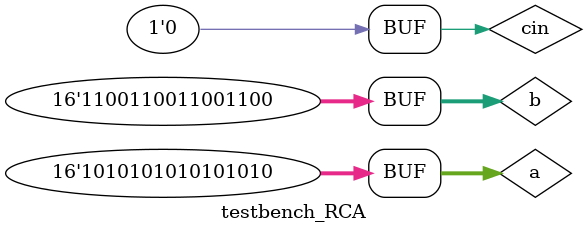
<source format=v>
`timescale 1ns / 1ps

module testbench_RCA;
    
   
     parameter width=16;
    reg [width-1:0] a;
    reg [width-1:0] b;
    wire [width-1:0] sum;
    reg cin;
    wire [width:0]cout;
    
    
   RCA #(.WIDTH(width))uut(.a(a),.b(b),.cin(cin),.sum(sum),.cout(cout));
   
    initial begin

a = 4'b0000;
b= 4'b0001;
cin=1'b1;

  
#20;
a = 8'b01000100;
b= 8'b01000100;
cin=1'b0;
#40;
a = 16'b1010101010101010;
b = 16'b1100110011001100;
cin=1'b0;
      

end


endmodule

</source>
